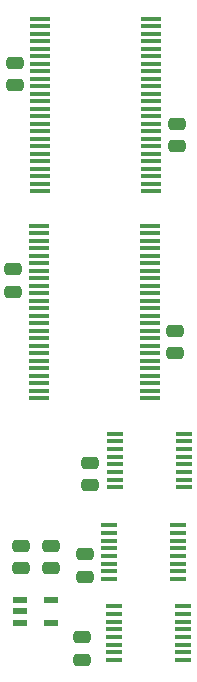
<source format=gtp>
%TF.GenerationSoftware,KiCad,Pcbnew,8.0.3*%
%TF.CreationDate,2024-07-03T20:55:39+02:00*%
%TF.ProjectId,SD Card Read Function,53442043-6172-4642-9052-656164204675,V1*%
%TF.SameCoordinates,PX525bfc0PY43d3480*%
%TF.FileFunction,Paste,Top*%
%TF.FilePolarity,Positive*%
%FSLAX46Y46*%
G04 Gerber Fmt 4.6, Leading zero omitted, Abs format (unit mm)*
G04 Created by KiCad (PCBNEW 8.0.3) date 2024-07-03 20:55:39*
%MOMM*%
%LPD*%
G01*
G04 APERTURE LIST*
G04 Aperture macros list*
%AMRoundRect*
0 Rectangle with rounded corners*
0 $1 Rounding radius*
0 $2 $3 $4 $5 $6 $7 $8 $9 X,Y pos of 4 corners*
0 Add a 4 corners polygon primitive as box body*
4,1,4,$2,$3,$4,$5,$6,$7,$8,$9,$2,$3,0*
0 Add four circle primitives for the rounded corners*
1,1,$1+$1,$2,$3*
1,1,$1+$1,$4,$5*
1,1,$1+$1,$6,$7*
1,1,$1+$1,$8,$9*
0 Add four rect primitives between the rounded corners*
20,1,$1+$1,$2,$3,$4,$5,0*
20,1,$1+$1,$4,$5,$6,$7,0*
20,1,$1+$1,$6,$7,$8,$9,0*
20,1,$1+$1,$8,$9,$2,$3,0*%
G04 Aperture macros list end*
%ADD10R,1.450000X0.450000*%
%ADD11RoundRect,0.250000X-0.475000X0.250000X-0.475000X-0.250000X0.475000X-0.250000X0.475000X0.250000X0*%
%ADD12RoundRect,0.250000X0.475000X-0.250000X0.475000X0.250000X-0.475000X0.250000X-0.475000X-0.250000X0*%
%ADD13R,1.150000X0.600000*%
%ADD14R,1.800000X0.430000*%
G04 APERTURE END LIST*
D10*
%TO.C,IC5*%
X18546000Y-37263979D03*
X18546000Y-36613979D03*
X18546000Y-35963979D03*
X18546000Y-35313979D03*
X18546000Y-34663979D03*
X18546000Y-34013979D03*
X18546000Y-33363979D03*
X18546000Y-32713979D03*
X12696000Y-32713979D03*
X12696000Y-33363979D03*
X12696000Y-34013979D03*
X12696000Y-34663979D03*
X12696000Y-35313979D03*
X12696000Y-35963979D03*
X12696000Y-36613979D03*
X12696000Y-37263979D03*
%TD*%
%TO.C,IC4*%
X18038000Y-45018001D03*
X18038000Y-44368001D03*
X18038000Y-43718001D03*
X18038000Y-43068001D03*
X18038000Y-42418001D03*
X18038000Y-41768001D03*
X18038000Y-41118001D03*
X18038000Y-40468001D03*
X12188000Y-40468001D03*
X12188000Y-41118001D03*
X12188000Y-41768001D03*
X12188000Y-42418001D03*
X12188000Y-43068001D03*
X12188000Y-43718001D03*
X12188000Y-44368001D03*
X12188000Y-45018001D03*
%TD*%
%TO.C,IC3*%
X18423001Y-51876001D03*
X18423001Y-51226001D03*
X18423001Y-50576001D03*
X18423001Y-49926001D03*
X18423001Y-49276001D03*
X18423001Y-48626001D03*
X18423001Y-47976001D03*
X18423001Y-47326001D03*
X12573001Y-47326001D03*
X12573001Y-47976001D03*
X12573001Y-48626001D03*
X12573001Y-49276001D03*
X12573001Y-49926001D03*
X12573001Y-50576001D03*
X12573001Y-51226001D03*
X12573001Y-51876001D03*
%TD*%
D11*
%TO.C,C7*%
X4191000Y-1326344D03*
X4191000Y-3226344D03*
%TD*%
D12*
%TO.C,C6*%
X17907000Y-8356343D03*
X17907000Y-6456343D03*
%TD*%
D11*
%TO.C,C5*%
X4064000Y-18807343D03*
X4064000Y-20707343D03*
%TD*%
D12*
%TO.C,C4*%
X17780000Y-25882343D03*
X17780000Y-23982343D03*
%TD*%
%TO.C,C2*%
X10541000Y-37065979D03*
X10541000Y-35165979D03*
%TD*%
D13*
%TO.C,IC36*%
X4669000Y-46802000D03*
X4669000Y-47752000D03*
X4669000Y-48702000D03*
X7269000Y-48702000D03*
X7269000Y-46802000D03*
%TD*%
D14*
%TO.C,IC6*%
X6349000Y-12184344D03*
X6349000Y-11550344D03*
X6349000Y-10914344D03*
X6349001Y-10280344D03*
X6349001Y-9644344D03*
X6349000Y-9010344D03*
X6349000Y-8374344D03*
X6349000Y-7740344D03*
X6349000Y-7104344D03*
X6349001Y-6470344D03*
X6349000Y-5834344D03*
X6349000Y-5200344D03*
X6349000Y-4564344D03*
X6349000Y-3930344D03*
X6349001Y-3294344D03*
X6349000Y-2660344D03*
X6349000Y-2024344D03*
X6349000Y-1390344D03*
X6349000Y-754344D03*
X6349001Y-120344D03*
X6349001Y515656D03*
X6349000Y1149656D03*
X6349000Y1785656D03*
X6349000Y2419656D03*
X15749000Y2419656D03*
X15749000Y1785656D03*
X15749000Y1149656D03*
X15748999Y515656D03*
X15748999Y-120344D03*
X15749000Y-754344D03*
X15749000Y-1390344D03*
X15749000Y-2024344D03*
X15749000Y-2660344D03*
X15748999Y-3294344D03*
X15749000Y-3930344D03*
X15749000Y-4564344D03*
X15749000Y-5200344D03*
X15749000Y-5834344D03*
X15748999Y-6470344D03*
X15749000Y-7104344D03*
X15749000Y-7740344D03*
X15749000Y-8374344D03*
X15749000Y-9010344D03*
X15748999Y-9644344D03*
X15748999Y-10280344D03*
X15749000Y-10914344D03*
X15749000Y-11550344D03*
X15749000Y-12184344D03*
%TD*%
%TO.C,IC2*%
X6223001Y-29710344D03*
X6223001Y-29076344D03*
X6223001Y-28440344D03*
X6223002Y-27806344D03*
X6223002Y-27170344D03*
X6223001Y-26536344D03*
X6223001Y-25900344D03*
X6223001Y-25266344D03*
X6223001Y-24630344D03*
X6223002Y-23996344D03*
X6223001Y-23360344D03*
X6223001Y-22726344D03*
X6223001Y-22090344D03*
X6223001Y-21456344D03*
X6223002Y-20820344D03*
X6223001Y-20186344D03*
X6223001Y-19550344D03*
X6223001Y-18916344D03*
X6223001Y-18280344D03*
X6223002Y-17646344D03*
X6223002Y-17010344D03*
X6223001Y-16376344D03*
X6223001Y-15740344D03*
X6223001Y-15106344D03*
X15623001Y-15106344D03*
X15623001Y-15740344D03*
X15623001Y-16376344D03*
X15623000Y-17010344D03*
X15623000Y-17646344D03*
X15623001Y-18280344D03*
X15623001Y-18916344D03*
X15623001Y-19550344D03*
X15623001Y-20186344D03*
X15623000Y-20820344D03*
X15623001Y-21456344D03*
X15623001Y-22090344D03*
X15623001Y-22726344D03*
X15623001Y-23360344D03*
X15623000Y-23996344D03*
X15623001Y-24630344D03*
X15623001Y-25266344D03*
X15623001Y-25900344D03*
X15623001Y-26536344D03*
X15623000Y-27170344D03*
X15623000Y-27806344D03*
X15623001Y-28440344D03*
X15623001Y-29076344D03*
X15623001Y-29710344D03*
%TD*%
D12*
%TO.C,C42*%
X7239000Y-44114000D03*
X7239000Y-42214000D03*
%TD*%
%TO.C,C41*%
X4699000Y-44114000D03*
X4699000Y-42214000D03*
%TD*%
%TO.C,C3*%
X9906000Y-49961000D03*
X9906000Y-51861000D03*
%TD*%
%TO.C,C1*%
X10160000Y-44820001D03*
X10160000Y-42920001D03*
%TD*%
M02*

</source>
